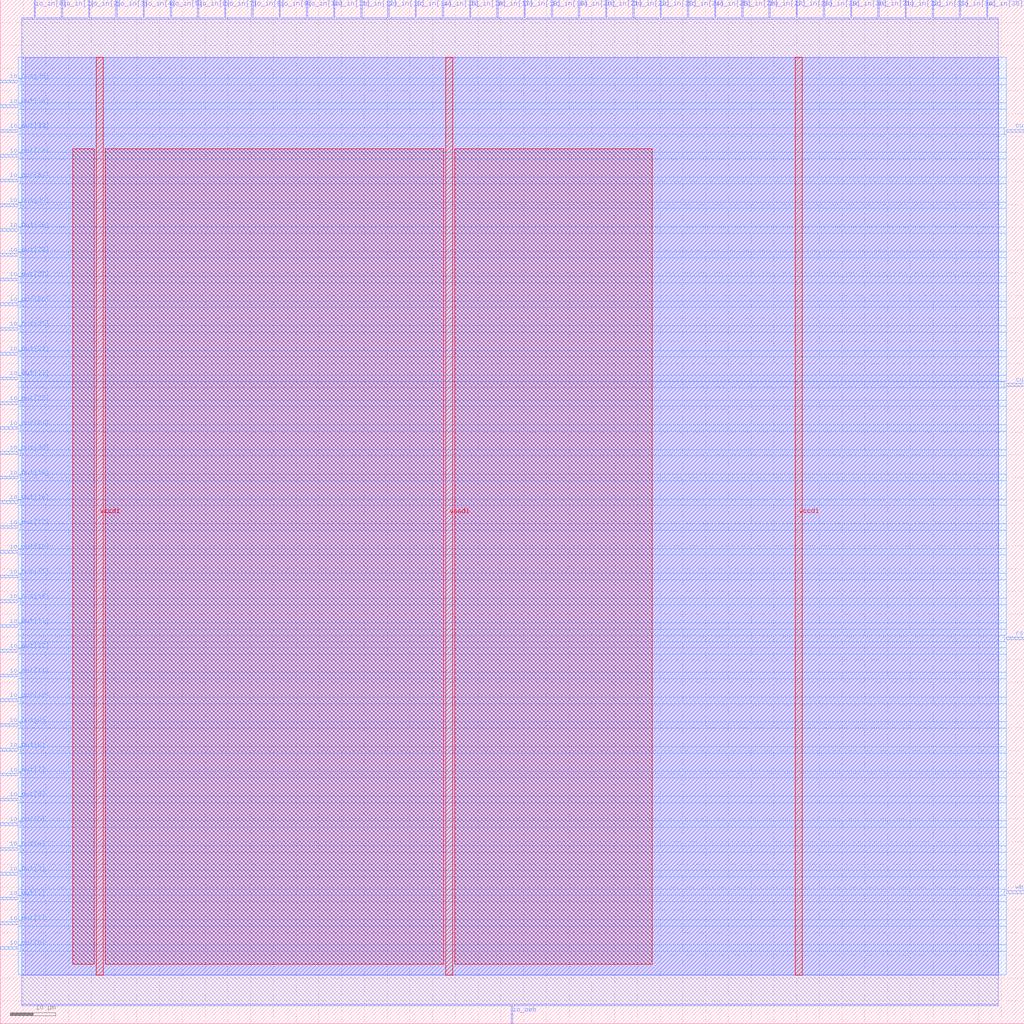
<source format=lef>
VERSION 5.7 ;
  NOWIREEXTENSIONATPIN ON ;
  DIVIDERCHAR "/" ;
  BUSBITCHARS "[]" ;
MACRO wrapped_6502
  CLASS BLOCK ;
  FOREIGN wrapped_6502 ;
  ORIGIN 0.000 0.000 ;
  SIZE 225.000 BY 225.000 ;
  PIN custom_settings[0]
    DIRECTION INPUT ;
    USE SIGNAL ;
    ANTENNAGATEAREA 0.196500 ;
    PORT
      LAYER met3 ;
        RECT 221.000 140.120 225.000 140.720 ;
    END
  END custom_settings[0]
  PIN custom_settings[1]
    DIRECTION INPUT ;
    USE SIGNAL ;
    ANTENNAGATEAREA 0.196500 ;
    PORT
      LAYER met3 ;
        RECT 221.000 195.880 225.000 196.480 ;
    END
  END custom_settings[1]
  PIN io_in[0]
    DIRECTION INPUT ;
    USE SIGNAL ;
    PORT
      LAYER met2 ;
        RECT 7.450 221.000 7.730 225.000 ;
    END
  END io_in[0]
  PIN io_in[10]
    DIRECTION INPUT ;
    USE SIGNAL ;
    PORT
      LAYER met2 ;
        RECT 67.250 221.000 67.530 225.000 ;
    END
  END io_in[10]
  PIN io_in[11]
    DIRECTION INPUT ;
    USE SIGNAL ;
    PORT
      LAYER met2 ;
        RECT 73.230 221.000 73.510 225.000 ;
    END
  END io_in[11]
  PIN io_in[12]
    DIRECTION INPUT ;
    USE SIGNAL ;
    PORT
      LAYER met2 ;
        RECT 79.210 221.000 79.490 225.000 ;
    END
  END io_in[12]
  PIN io_in[13]
    DIRECTION INPUT ;
    USE SIGNAL ;
    PORT
      LAYER met2 ;
        RECT 85.190 221.000 85.470 225.000 ;
    END
  END io_in[13]
  PIN io_in[14]
    DIRECTION INPUT ;
    USE SIGNAL ;
    PORT
      LAYER met2 ;
        RECT 91.170 221.000 91.450 225.000 ;
    END
  END io_in[14]
  PIN io_in[15]
    DIRECTION INPUT ;
    USE SIGNAL ;
    PORT
      LAYER met2 ;
        RECT 97.150 221.000 97.430 225.000 ;
    END
  END io_in[15]
  PIN io_in[16]
    DIRECTION INPUT ;
    USE SIGNAL ;
    PORT
      LAYER met2 ;
        RECT 103.130 221.000 103.410 225.000 ;
    END
  END io_in[16]
  PIN io_in[17]
    DIRECTION INPUT ;
    USE SIGNAL ;
    PORT
      LAYER met2 ;
        RECT 109.110 221.000 109.390 225.000 ;
    END
  END io_in[17]
  PIN io_in[18]
    DIRECTION INPUT ;
    USE SIGNAL ;
    PORT
      LAYER met2 ;
        RECT 115.090 221.000 115.370 225.000 ;
    END
  END io_in[18]
  PIN io_in[19]
    DIRECTION INPUT ;
    USE SIGNAL ;
    ANTENNAGATEAREA 0.196500 ;
    PORT
      LAYER met2 ;
        RECT 121.070 221.000 121.350 225.000 ;
    END
  END io_in[19]
  PIN io_in[1]
    DIRECTION INPUT ;
    USE SIGNAL ;
    PORT
      LAYER met2 ;
        RECT 13.430 221.000 13.710 225.000 ;
    END
  END io_in[1]
  PIN io_in[20]
    DIRECTION INPUT ;
    USE SIGNAL ;
    ANTENNAGATEAREA 0.196500 ;
    PORT
      LAYER met2 ;
        RECT 127.050 221.000 127.330 225.000 ;
    END
  END io_in[20]
  PIN io_in[21]
    DIRECTION INPUT ;
    USE SIGNAL ;
    ANTENNAGATEAREA 0.196500 ;
    PORT
      LAYER met2 ;
        RECT 133.030 221.000 133.310 225.000 ;
    END
  END io_in[21]
  PIN io_in[22]
    DIRECTION INPUT ;
    USE SIGNAL ;
    ANTENNAGATEAREA 0.196500 ;
    PORT
      LAYER met2 ;
        RECT 139.010 221.000 139.290 225.000 ;
    END
  END io_in[22]
  PIN io_in[23]
    DIRECTION INPUT ;
    USE SIGNAL ;
    ANTENNAGATEAREA 0.196500 ;
    PORT
      LAYER met2 ;
        RECT 144.990 221.000 145.270 225.000 ;
    END
  END io_in[23]
  PIN io_in[24]
    DIRECTION INPUT ;
    USE SIGNAL ;
    ANTENNAGATEAREA 0.196500 ;
    PORT
      LAYER met2 ;
        RECT 150.970 221.000 151.250 225.000 ;
    END
  END io_in[24]
  PIN io_in[25]
    DIRECTION INPUT ;
    USE SIGNAL ;
    ANTENNAGATEAREA 0.196500 ;
    PORT
      LAYER met2 ;
        RECT 156.950 221.000 157.230 225.000 ;
    END
  END io_in[25]
  PIN io_in[26]
    DIRECTION INPUT ;
    USE SIGNAL ;
    ANTENNAGATEAREA 0.196500 ;
    PORT
      LAYER met2 ;
        RECT 162.930 221.000 163.210 225.000 ;
    END
  END io_in[26]
  PIN io_in[27]
    DIRECTION INPUT ;
    USE SIGNAL ;
    PORT
      LAYER met2 ;
        RECT 168.910 221.000 169.190 225.000 ;
    END
  END io_in[27]
  PIN io_in[28]
    DIRECTION INPUT ;
    USE SIGNAL ;
    ANTENNAGATEAREA 0.213000 ;
    PORT
      LAYER met2 ;
        RECT 174.890 221.000 175.170 225.000 ;
    END
  END io_in[28]
  PIN io_in[29]
    DIRECTION INPUT ;
    USE SIGNAL ;
    ANTENNAGATEAREA 0.196500 ;
    PORT
      LAYER met2 ;
        RECT 180.870 221.000 181.150 225.000 ;
    END
  END io_in[29]
  PIN io_in[2]
    DIRECTION INPUT ;
    USE SIGNAL ;
    PORT
      LAYER met2 ;
        RECT 19.410 221.000 19.690 225.000 ;
    END
  END io_in[2]
  PIN io_in[30]
    DIRECTION INPUT ;
    USE SIGNAL ;
    ANTENNAGATEAREA 0.196500 ;
    PORT
      LAYER met2 ;
        RECT 186.850 221.000 187.130 225.000 ;
    END
  END io_in[30]
  PIN io_in[31]
    DIRECTION INPUT ;
    USE SIGNAL ;
    PORT
      LAYER met2 ;
        RECT 192.830 221.000 193.110 225.000 ;
    END
  END io_in[31]
  PIN io_in[32]
    DIRECTION INPUT ;
    USE SIGNAL ;
    PORT
      LAYER met2 ;
        RECT 198.810 221.000 199.090 225.000 ;
    END
  END io_in[32]
  PIN io_in[33]
    DIRECTION INPUT ;
    USE SIGNAL ;
    PORT
      LAYER met2 ;
        RECT 204.790 221.000 205.070 225.000 ;
    END
  END io_in[33]
  PIN io_in[34]
    DIRECTION INPUT ;
    USE SIGNAL ;
    PORT
      LAYER met2 ;
        RECT 210.770 221.000 211.050 225.000 ;
    END
  END io_in[34]
  PIN io_in[35]
    DIRECTION INPUT ;
    USE SIGNAL ;
    PORT
      LAYER met2 ;
        RECT 216.750 221.000 217.030 225.000 ;
    END
  END io_in[35]
  PIN io_in[3]
    DIRECTION INPUT ;
    USE SIGNAL ;
    PORT
      LAYER met2 ;
        RECT 25.390 221.000 25.670 225.000 ;
    END
  END io_in[3]
  PIN io_in[4]
    DIRECTION INPUT ;
    USE SIGNAL ;
    PORT
      LAYER met2 ;
        RECT 31.370 221.000 31.650 225.000 ;
    END
  END io_in[4]
  PIN io_in[5]
    DIRECTION INPUT ;
    USE SIGNAL ;
    PORT
      LAYER met2 ;
        RECT 37.350 221.000 37.630 225.000 ;
    END
  END io_in[5]
  PIN io_in[6]
    DIRECTION INPUT ;
    USE SIGNAL ;
    PORT
      LAYER met2 ;
        RECT 43.330 221.000 43.610 225.000 ;
    END
  END io_in[6]
  PIN io_in[7]
    DIRECTION INPUT ;
    USE SIGNAL ;
    PORT
      LAYER met2 ;
        RECT 49.310 221.000 49.590 225.000 ;
    END
  END io_in[7]
  PIN io_in[8]
    DIRECTION INPUT ;
    USE SIGNAL ;
    PORT
      LAYER met2 ;
        RECT 55.290 221.000 55.570 225.000 ;
    END
  END io_in[8]
  PIN io_in[9]
    DIRECTION INPUT ;
    USE SIGNAL ;
    PORT
      LAYER met2 ;
        RECT 61.270 221.000 61.550 225.000 ;
    END
  END io_in[9]
  PIN io_oeb
    DIRECTION OUTPUT TRISTATE ;
    USE SIGNAL ;
    ANTENNADIFFAREA 2.673000 ;
    PORT
      LAYER met2 ;
        RECT 112.330 0.000 112.610 4.000 ;
    END
  END io_oeb
  PIN io_out[0]
    DIRECTION OUTPUT TRISTATE ;
    USE SIGNAL ;
    ANTENNADIFFAREA 2.673000 ;
    PORT
      LAYER met3 ;
        RECT 0.000 16.360 4.000 16.960 ;
    END
  END io_out[0]
  PIN io_out[10]
    DIRECTION OUTPUT TRISTATE ;
    USE SIGNAL ;
    ANTENNADIFFAREA 2.673000 ;
    PORT
      LAYER met3 ;
        RECT 0.000 70.760 4.000 71.360 ;
    END
  END io_out[10]
  PIN io_out[11]
    DIRECTION OUTPUT TRISTATE ;
    USE SIGNAL ;
    ANTENNADIFFAREA 2.673000 ;
    PORT
      LAYER met3 ;
        RECT 0.000 76.200 4.000 76.800 ;
    END
  END io_out[11]
  PIN io_out[12]
    DIRECTION OUTPUT TRISTATE ;
    USE SIGNAL ;
    ANTENNADIFFAREA 2.673000 ;
    PORT
      LAYER met3 ;
        RECT 0.000 81.640 4.000 82.240 ;
    END
  END io_out[12]
  PIN io_out[13]
    DIRECTION OUTPUT TRISTATE ;
    USE SIGNAL ;
    ANTENNADIFFAREA 2.673000 ;
    PORT
      LAYER met3 ;
        RECT 0.000 87.080 4.000 87.680 ;
    END
  END io_out[13]
  PIN io_out[14]
    DIRECTION OUTPUT TRISTATE ;
    USE SIGNAL ;
    ANTENNADIFFAREA 2.673000 ;
    PORT
      LAYER met3 ;
        RECT 0.000 92.520 4.000 93.120 ;
    END
  END io_out[14]
  PIN io_out[15]
    DIRECTION OUTPUT TRISTATE ;
    USE SIGNAL ;
    ANTENNADIFFAREA 2.673000 ;
    PORT
      LAYER met3 ;
        RECT 0.000 97.960 4.000 98.560 ;
    END
  END io_out[15]
  PIN io_out[16]
    DIRECTION OUTPUT TRISTATE ;
    USE SIGNAL ;
    ANTENNADIFFAREA 2.673000 ;
    PORT
      LAYER met3 ;
        RECT 0.000 103.400 4.000 104.000 ;
    END
  END io_out[16]
  PIN io_out[17]
    DIRECTION OUTPUT TRISTATE ;
    USE SIGNAL ;
    ANTENNADIFFAREA 2.673000 ;
    PORT
      LAYER met3 ;
        RECT 0.000 108.840 4.000 109.440 ;
    END
  END io_out[17]
  PIN io_out[18]
    DIRECTION OUTPUT TRISTATE ;
    USE SIGNAL ;
    ANTENNADIFFAREA 2.673000 ;
    PORT
      LAYER met3 ;
        RECT 0.000 114.280 4.000 114.880 ;
    END
  END io_out[18]
  PIN io_out[19]
    DIRECTION OUTPUT TRISTATE ;
    USE SIGNAL ;
    ANTENNADIFFAREA 2.673000 ;
    PORT
      LAYER met3 ;
        RECT 0.000 119.720 4.000 120.320 ;
    END
  END io_out[19]
  PIN io_out[1]
    DIRECTION OUTPUT TRISTATE ;
    USE SIGNAL ;
    ANTENNADIFFAREA 2.673000 ;
    PORT
      LAYER met3 ;
        RECT 0.000 21.800 4.000 22.400 ;
    END
  END io_out[1]
  PIN io_out[20]
    DIRECTION OUTPUT TRISTATE ;
    USE SIGNAL ;
    ANTENNADIFFAREA 2.673000 ;
    PORT
      LAYER met3 ;
        RECT 0.000 125.160 4.000 125.760 ;
    END
  END io_out[20]
  PIN io_out[21]
    DIRECTION OUTPUT TRISTATE ;
    USE SIGNAL ;
    ANTENNADIFFAREA 2.673000 ;
    PORT
      LAYER met3 ;
        RECT 0.000 130.600 4.000 131.200 ;
    END
  END io_out[21]
  PIN io_out[22]
    DIRECTION OUTPUT TRISTATE ;
    USE SIGNAL ;
    ANTENNADIFFAREA 2.673000 ;
    PORT
      LAYER met3 ;
        RECT 0.000 136.040 4.000 136.640 ;
    END
  END io_out[22]
  PIN io_out[23]
    DIRECTION OUTPUT TRISTATE ;
    USE SIGNAL ;
    ANTENNADIFFAREA 2.673000 ;
    PORT
      LAYER met3 ;
        RECT 0.000 141.480 4.000 142.080 ;
    END
  END io_out[23]
  PIN io_out[24]
    DIRECTION OUTPUT TRISTATE ;
    USE SIGNAL ;
    ANTENNADIFFAREA 2.673000 ;
    PORT
      LAYER met3 ;
        RECT 0.000 146.920 4.000 147.520 ;
    END
  END io_out[24]
  PIN io_out[25]
    DIRECTION OUTPUT TRISTATE ;
    USE SIGNAL ;
    ANTENNADIFFAREA 2.673000 ;
    PORT
      LAYER met3 ;
        RECT 0.000 152.360 4.000 152.960 ;
    END
  END io_out[25]
  PIN io_out[26]
    DIRECTION OUTPUT TRISTATE ;
    USE SIGNAL ;
    ANTENNADIFFAREA 2.673000 ;
    PORT
      LAYER met3 ;
        RECT 0.000 157.800 4.000 158.400 ;
    END
  END io_out[26]
  PIN io_out[27]
    DIRECTION OUTPUT TRISTATE ;
    USE SIGNAL ;
    ANTENNADIFFAREA 0.340600 ;
    PORT
      LAYER met3 ;
        RECT 0.000 163.240 4.000 163.840 ;
    END
  END io_out[27]
  PIN io_out[28]
    DIRECTION OUTPUT TRISTATE ;
    USE SIGNAL ;
    PORT
      LAYER met3 ;
        RECT 0.000 168.680 4.000 169.280 ;
    END
  END io_out[28]
  PIN io_out[29]
    DIRECTION OUTPUT TRISTATE ;
    USE SIGNAL ;
    PORT
      LAYER met3 ;
        RECT 0.000 174.120 4.000 174.720 ;
    END
  END io_out[29]
  PIN io_out[2]
    DIRECTION OUTPUT TRISTATE ;
    USE SIGNAL ;
    ANTENNADIFFAREA 2.673000 ;
    PORT
      LAYER met3 ;
        RECT 0.000 27.240 4.000 27.840 ;
    END
  END io_out[2]
  PIN io_out[30]
    DIRECTION OUTPUT TRISTATE ;
    USE SIGNAL ;
    PORT
      LAYER met3 ;
        RECT 0.000 179.560 4.000 180.160 ;
    END
  END io_out[30]
  PIN io_out[31]
    DIRECTION OUTPUT TRISTATE ;
    USE SIGNAL ;
    ANTENNADIFFAREA 2.673000 ;
    PORT
      LAYER met3 ;
        RECT 0.000 185.000 4.000 185.600 ;
    END
  END io_out[31]
  PIN io_out[32]
    DIRECTION OUTPUT TRISTATE ;
    USE SIGNAL ;
    ANTENNADIFFAREA 2.673000 ;
    PORT
      LAYER met3 ;
        RECT 0.000 190.440 4.000 191.040 ;
    END
  END io_out[32]
  PIN io_out[33]
    DIRECTION OUTPUT TRISTATE ;
    USE SIGNAL ;
    ANTENNADIFFAREA 2.673000 ;
    PORT
      LAYER met3 ;
        RECT 0.000 195.880 4.000 196.480 ;
    END
  END io_out[33]
  PIN io_out[34]
    DIRECTION OUTPUT TRISTATE ;
    USE SIGNAL ;
    PORT
      LAYER met3 ;
        RECT 0.000 201.320 4.000 201.920 ;
    END
  END io_out[34]
  PIN io_out[35]
    DIRECTION OUTPUT TRISTATE ;
    USE SIGNAL ;
    PORT
      LAYER met3 ;
        RECT 0.000 206.760 4.000 207.360 ;
    END
  END io_out[35]
  PIN io_out[3]
    DIRECTION OUTPUT TRISTATE ;
    USE SIGNAL ;
    ANTENNADIFFAREA 2.673000 ;
    PORT
      LAYER met3 ;
        RECT 0.000 32.680 4.000 33.280 ;
    END
  END io_out[3]
  PIN io_out[4]
    DIRECTION OUTPUT TRISTATE ;
    USE SIGNAL ;
    ANTENNADIFFAREA 2.673000 ;
    PORT
      LAYER met3 ;
        RECT 0.000 38.120 4.000 38.720 ;
    END
  END io_out[4]
  PIN io_out[5]
    DIRECTION OUTPUT TRISTATE ;
    USE SIGNAL ;
    ANTENNADIFFAREA 2.673000 ;
    PORT
      LAYER met3 ;
        RECT 0.000 43.560 4.000 44.160 ;
    END
  END io_out[5]
  PIN io_out[6]
    DIRECTION OUTPUT TRISTATE ;
    USE SIGNAL ;
    ANTENNADIFFAREA 2.673000 ;
    PORT
      LAYER met3 ;
        RECT 0.000 49.000 4.000 49.600 ;
    END
  END io_out[6]
  PIN io_out[7]
    DIRECTION OUTPUT TRISTATE ;
    USE SIGNAL ;
    ANTENNADIFFAREA 2.673000 ;
    PORT
      LAYER met3 ;
        RECT 0.000 54.440 4.000 55.040 ;
    END
  END io_out[7]
  PIN io_out[8]
    DIRECTION OUTPUT TRISTATE ;
    USE SIGNAL ;
    ANTENNADIFFAREA 2.673000 ;
    PORT
      LAYER met3 ;
        RECT 0.000 59.880 4.000 60.480 ;
    END
  END io_out[8]
  PIN io_out[9]
    DIRECTION OUTPUT TRISTATE ;
    USE SIGNAL ;
    ANTENNADIFFAREA 2.673000 ;
    PORT
      LAYER met3 ;
        RECT 0.000 65.320 4.000 65.920 ;
    END
  END io_out[9]
  PIN rst_n
    DIRECTION INPUT ;
    USE SIGNAL ;
    ANTENNAGATEAREA 0.213000 ;
    PORT
      LAYER met3 ;
        RECT 221.000 84.360 225.000 84.960 ;
    END
  END rst_n
  PIN vccd1
    DIRECTION INOUT ;
    USE POWER ;
    PORT
      LAYER met4 ;
        RECT 21.040 10.640 22.640 212.400 ;
    END
    PORT
      LAYER met4 ;
        RECT 174.640 10.640 176.240 212.400 ;
    END
  END vccd1
  PIN vssd1
    DIRECTION INOUT ;
    USE GROUND ;
    PORT
      LAYER met4 ;
        RECT 97.840 10.640 99.440 212.400 ;
    END
  END vssd1
  PIN wb_clk_i
    DIRECTION INPUT ;
    USE SIGNAL ;
    ANTENNAGATEAREA 0.852000 ;
    PORT
      LAYER met3 ;
        RECT 221.000 28.600 225.000 29.200 ;
    END
  END wb_clk_i
  OBS
      LAYER li1 ;
        RECT 5.520 10.795 219.420 212.245 ;
      LAYER met1 ;
        RECT 4.670 10.640 219.420 212.400 ;
      LAYER met2 ;
        RECT 4.690 220.720 7.170 221.000 ;
        RECT 8.010 220.720 13.150 221.000 ;
        RECT 13.990 220.720 19.130 221.000 ;
        RECT 19.970 220.720 25.110 221.000 ;
        RECT 25.950 220.720 31.090 221.000 ;
        RECT 31.930 220.720 37.070 221.000 ;
        RECT 37.910 220.720 43.050 221.000 ;
        RECT 43.890 220.720 49.030 221.000 ;
        RECT 49.870 220.720 55.010 221.000 ;
        RECT 55.850 220.720 60.990 221.000 ;
        RECT 61.830 220.720 66.970 221.000 ;
        RECT 67.810 220.720 72.950 221.000 ;
        RECT 73.790 220.720 78.930 221.000 ;
        RECT 79.770 220.720 84.910 221.000 ;
        RECT 85.750 220.720 90.890 221.000 ;
        RECT 91.730 220.720 96.870 221.000 ;
        RECT 97.710 220.720 102.850 221.000 ;
        RECT 103.690 220.720 108.830 221.000 ;
        RECT 109.670 220.720 114.810 221.000 ;
        RECT 115.650 220.720 120.790 221.000 ;
        RECT 121.630 220.720 126.770 221.000 ;
        RECT 127.610 220.720 132.750 221.000 ;
        RECT 133.590 220.720 138.730 221.000 ;
        RECT 139.570 220.720 144.710 221.000 ;
        RECT 145.550 220.720 150.690 221.000 ;
        RECT 151.530 220.720 156.670 221.000 ;
        RECT 157.510 220.720 162.650 221.000 ;
        RECT 163.490 220.720 168.630 221.000 ;
        RECT 169.470 220.720 174.610 221.000 ;
        RECT 175.450 220.720 180.590 221.000 ;
        RECT 181.430 220.720 186.570 221.000 ;
        RECT 187.410 220.720 192.550 221.000 ;
        RECT 193.390 220.720 198.530 221.000 ;
        RECT 199.370 220.720 204.510 221.000 ;
        RECT 205.350 220.720 210.490 221.000 ;
        RECT 211.330 220.720 216.470 221.000 ;
        RECT 217.310 220.720 219.330 221.000 ;
        RECT 4.690 4.280 219.330 220.720 ;
        RECT 4.690 4.000 112.050 4.280 ;
        RECT 112.890 4.000 219.330 4.280 ;
      LAYER met3 ;
        RECT 4.000 207.760 221.000 212.325 ;
        RECT 4.400 206.360 221.000 207.760 ;
        RECT 4.000 202.320 221.000 206.360 ;
        RECT 4.400 200.920 221.000 202.320 ;
        RECT 4.000 196.880 221.000 200.920 ;
        RECT 4.400 195.480 220.600 196.880 ;
        RECT 4.000 191.440 221.000 195.480 ;
        RECT 4.400 190.040 221.000 191.440 ;
        RECT 4.000 186.000 221.000 190.040 ;
        RECT 4.400 184.600 221.000 186.000 ;
        RECT 4.000 180.560 221.000 184.600 ;
        RECT 4.400 179.160 221.000 180.560 ;
        RECT 4.000 175.120 221.000 179.160 ;
        RECT 4.400 173.720 221.000 175.120 ;
        RECT 4.000 169.680 221.000 173.720 ;
        RECT 4.400 168.280 221.000 169.680 ;
        RECT 4.000 164.240 221.000 168.280 ;
        RECT 4.400 162.840 221.000 164.240 ;
        RECT 4.000 158.800 221.000 162.840 ;
        RECT 4.400 157.400 221.000 158.800 ;
        RECT 4.000 153.360 221.000 157.400 ;
        RECT 4.400 151.960 221.000 153.360 ;
        RECT 4.000 147.920 221.000 151.960 ;
        RECT 4.400 146.520 221.000 147.920 ;
        RECT 4.000 142.480 221.000 146.520 ;
        RECT 4.400 141.120 221.000 142.480 ;
        RECT 4.400 141.080 220.600 141.120 ;
        RECT 4.000 139.720 220.600 141.080 ;
        RECT 4.000 137.040 221.000 139.720 ;
        RECT 4.400 135.640 221.000 137.040 ;
        RECT 4.000 131.600 221.000 135.640 ;
        RECT 4.400 130.200 221.000 131.600 ;
        RECT 4.000 126.160 221.000 130.200 ;
        RECT 4.400 124.760 221.000 126.160 ;
        RECT 4.000 120.720 221.000 124.760 ;
        RECT 4.400 119.320 221.000 120.720 ;
        RECT 4.000 115.280 221.000 119.320 ;
        RECT 4.400 113.880 221.000 115.280 ;
        RECT 4.000 109.840 221.000 113.880 ;
        RECT 4.400 108.440 221.000 109.840 ;
        RECT 4.000 104.400 221.000 108.440 ;
        RECT 4.400 103.000 221.000 104.400 ;
        RECT 4.000 98.960 221.000 103.000 ;
        RECT 4.400 97.560 221.000 98.960 ;
        RECT 4.000 93.520 221.000 97.560 ;
        RECT 4.400 92.120 221.000 93.520 ;
        RECT 4.000 88.080 221.000 92.120 ;
        RECT 4.400 86.680 221.000 88.080 ;
        RECT 4.000 85.360 221.000 86.680 ;
        RECT 4.000 83.960 220.600 85.360 ;
        RECT 4.000 82.640 221.000 83.960 ;
        RECT 4.400 81.240 221.000 82.640 ;
        RECT 4.000 77.200 221.000 81.240 ;
        RECT 4.400 75.800 221.000 77.200 ;
        RECT 4.000 71.760 221.000 75.800 ;
        RECT 4.400 70.360 221.000 71.760 ;
        RECT 4.000 66.320 221.000 70.360 ;
        RECT 4.400 64.920 221.000 66.320 ;
        RECT 4.000 60.880 221.000 64.920 ;
        RECT 4.400 59.480 221.000 60.880 ;
        RECT 4.000 55.440 221.000 59.480 ;
        RECT 4.400 54.040 221.000 55.440 ;
        RECT 4.000 50.000 221.000 54.040 ;
        RECT 4.400 48.600 221.000 50.000 ;
        RECT 4.000 44.560 221.000 48.600 ;
        RECT 4.400 43.160 221.000 44.560 ;
        RECT 4.000 39.120 221.000 43.160 ;
        RECT 4.400 37.720 221.000 39.120 ;
        RECT 4.000 33.680 221.000 37.720 ;
        RECT 4.400 32.280 221.000 33.680 ;
        RECT 4.000 29.600 221.000 32.280 ;
        RECT 4.000 28.240 220.600 29.600 ;
        RECT 4.400 28.200 220.600 28.240 ;
        RECT 4.400 26.840 221.000 28.200 ;
        RECT 4.000 22.800 221.000 26.840 ;
        RECT 4.400 21.400 221.000 22.800 ;
        RECT 4.000 17.360 221.000 21.400 ;
        RECT 4.400 15.960 221.000 17.360 ;
        RECT 4.000 10.715 221.000 15.960 ;
      LAYER met4 ;
        RECT 15.935 13.095 20.640 192.265 ;
        RECT 23.040 13.095 97.440 192.265 ;
        RECT 99.840 13.095 143.225 192.265 ;
  END
END wrapped_6502
END LIBRARY


</source>
